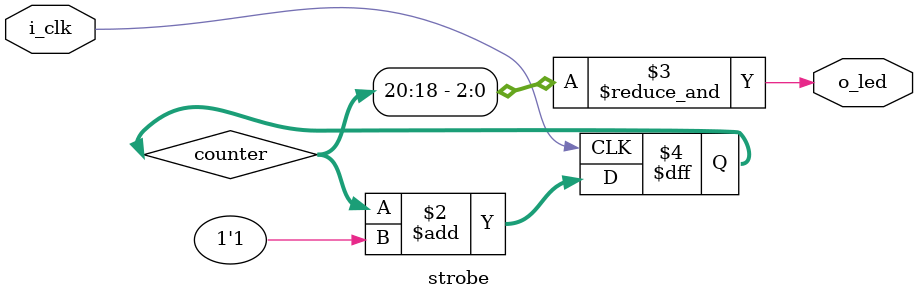
<source format=v>
module strobe(i_clk, o_led);
    input   wire    i_clk;
    output  wire    o_led;

    reg [20:0] counter;

    always @(posedge i_clk) begin
        counter <= counter + 1'b1;
    end

    assign o_led = &counter[20:18];

endmodule

</source>
